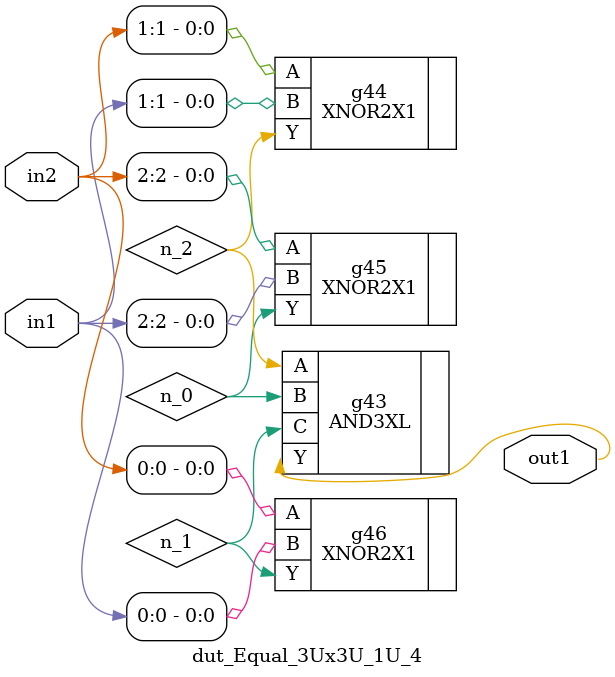
<source format=v>
`timescale 1ps / 1ps


module dut_Equal_3Ux3U_1U_4(in2, in1, out1);
  input [2:0] in2, in1;
  output out1;
  wire [2:0] in2, in1;
  wire out1;
  wire n_0, n_1, n_2;
  AND3XL g43(.A (n_2), .B (n_0), .C (n_1), .Y (out1));
  XNOR2X1 g44(.A (in2[1]), .B (in1[1]), .Y (n_2));
  XNOR2X1 g46(.A (in2[0]), .B (in1[0]), .Y (n_1));
  XNOR2X1 g45(.A (in2[2]), .B (in1[2]), .Y (n_0));
endmodule



</source>
